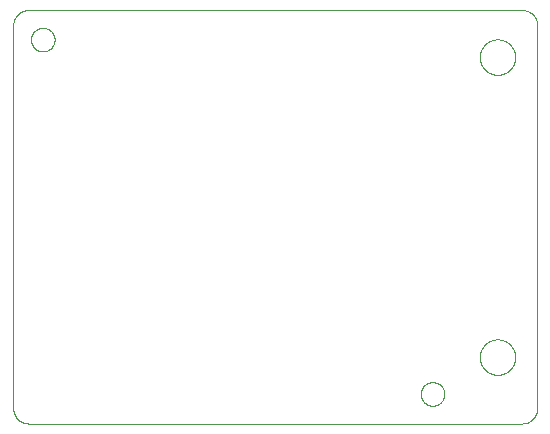
<source format=gbr>
G04 EAGLE Gerber RS-274X export*
G75*
%MOMM*%
%FSLAX34Y34*%
%LPD*%
%IN*%
%IPPOS*%
%AMOC8*
5,1,8,0,0,1.08239X$1,22.5*%
G01*
%ADD10C,0.025400*%
%ADD11C,0.000000*%


D10*
X0Y337300D02*
X0Y12700D01*
X4Y12393D01*
X15Y12086D01*
X33Y11780D01*
X59Y11474D01*
X93Y11169D01*
X133Y10865D01*
X181Y10562D01*
X237Y10260D01*
X299Y9960D01*
X369Y9661D01*
X446Y9364D01*
X530Y9068D01*
X622Y8775D01*
X720Y8485D01*
X825Y8197D01*
X938Y7911D01*
X1057Y7628D01*
X1183Y7348D01*
X1315Y7071D01*
X1455Y6798D01*
X1601Y6528D01*
X1753Y6262D01*
X1912Y5999D01*
X2077Y5740D01*
X2248Y5486D01*
X2425Y5235D01*
X2609Y4989D01*
X2798Y4747D01*
X2993Y4511D01*
X3194Y4278D01*
X3400Y4051D01*
X3612Y3829D01*
X3829Y3612D01*
X4051Y3400D01*
X4278Y3194D01*
X4511Y2993D01*
X4747Y2798D01*
X4989Y2609D01*
X5235Y2425D01*
X5486Y2248D01*
X5740Y2077D01*
X5999Y1912D01*
X6262Y1753D01*
X6528Y1601D01*
X6798Y1455D01*
X7071Y1315D01*
X7348Y1183D01*
X7628Y1057D01*
X7911Y938D01*
X8197Y825D01*
X8485Y720D01*
X8775Y622D01*
X9068Y530D01*
X9364Y446D01*
X9661Y369D01*
X9960Y299D01*
X10260Y237D01*
X10562Y181D01*
X10865Y133D01*
X11169Y93D01*
X11474Y59D01*
X11780Y33D01*
X12086Y15D01*
X12393Y4D01*
X12700Y0D01*
X430900Y0D01*
X431207Y4D01*
X431514Y15D01*
X431820Y33D01*
X432126Y59D01*
X432431Y93D01*
X432735Y133D01*
X433038Y181D01*
X433340Y237D01*
X433640Y299D01*
X433939Y369D01*
X434236Y446D01*
X434532Y530D01*
X434825Y622D01*
X435115Y720D01*
X435403Y825D01*
X435689Y938D01*
X435972Y1057D01*
X436252Y1183D01*
X436529Y1315D01*
X436802Y1455D01*
X437072Y1601D01*
X437338Y1753D01*
X437601Y1912D01*
X437860Y2077D01*
X438114Y2248D01*
X438365Y2425D01*
X438611Y2609D01*
X438853Y2798D01*
X439089Y2993D01*
X439322Y3194D01*
X439549Y3400D01*
X439771Y3612D01*
X439988Y3829D01*
X440200Y4051D01*
X440406Y4278D01*
X440607Y4511D01*
X440802Y4747D01*
X440991Y4989D01*
X441175Y5235D01*
X441352Y5486D01*
X441523Y5740D01*
X441688Y5999D01*
X441847Y6262D01*
X441999Y6528D01*
X442145Y6798D01*
X442285Y7071D01*
X442417Y7348D01*
X442543Y7628D01*
X442662Y7911D01*
X442775Y8197D01*
X442880Y8485D01*
X442978Y8775D01*
X443070Y9068D01*
X443154Y9364D01*
X443231Y9661D01*
X443301Y9960D01*
X443363Y10260D01*
X443419Y10562D01*
X443467Y10865D01*
X443507Y11169D01*
X443541Y11474D01*
X443567Y11780D01*
X443585Y12086D01*
X443596Y12393D01*
X443600Y12700D01*
X443600Y337300D01*
X443596Y337607D01*
X443585Y337914D01*
X443567Y338220D01*
X443541Y338526D01*
X443507Y338831D01*
X443467Y339135D01*
X443419Y339438D01*
X443363Y339740D01*
X443301Y340040D01*
X443231Y340339D01*
X443154Y340636D01*
X443070Y340932D01*
X442978Y341225D01*
X442880Y341515D01*
X442775Y341803D01*
X442662Y342089D01*
X442543Y342372D01*
X442417Y342652D01*
X442285Y342929D01*
X442145Y343202D01*
X441999Y343472D01*
X441847Y343738D01*
X441688Y344001D01*
X441523Y344260D01*
X441352Y344514D01*
X441175Y344765D01*
X440991Y345011D01*
X440802Y345253D01*
X440607Y345489D01*
X440406Y345722D01*
X440200Y345949D01*
X439988Y346171D01*
X439771Y346388D01*
X439549Y346600D01*
X439322Y346806D01*
X439089Y347007D01*
X438853Y347202D01*
X438611Y347391D01*
X438365Y347575D01*
X438114Y347752D01*
X437860Y347923D01*
X437601Y348088D01*
X437338Y348247D01*
X437072Y348399D01*
X436802Y348545D01*
X436529Y348685D01*
X436252Y348817D01*
X435972Y348943D01*
X435689Y349062D01*
X435403Y349175D01*
X435115Y349280D01*
X434825Y349378D01*
X434532Y349470D01*
X434236Y349554D01*
X433939Y349631D01*
X433640Y349701D01*
X433340Y349763D01*
X433038Y349819D01*
X432735Y349867D01*
X432431Y349907D01*
X432126Y349941D01*
X431820Y349967D01*
X431514Y349985D01*
X431207Y349996D01*
X430900Y350000D01*
X12700Y350000D01*
X12393Y349996D01*
X12086Y349985D01*
X11780Y349967D01*
X11474Y349941D01*
X11169Y349907D01*
X10865Y349867D01*
X10562Y349819D01*
X10260Y349763D01*
X9960Y349701D01*
X9661Y349631D01*
X9364Y349554D01*
X9068Y349470D01*
X8775Y349378D01*
X8485Y349280D01*
X8197Y349175D01*
X7911Y349062D01*
X7628Y348943D01*
X7348Y348817D01*
X7071Y348685D01*
X6798Y348545D01*
X6528Y348399D01*
X6262Y348247D01*
X5999Y348088D01*
X5740Y347923D01*
X5486Y347752D01*
X5235Y347575D01*
X4989Y347391D01*
X4747Y347202D01*
X4511Y347007D01*
X4278Y346806D01*
X4051Y346600D01*
X3829Y346388D01*
X3612Y346171D01*
X3400Y345949D01*
X3194Y345722D01*
X2993Y345489D01*
X2798Y345253D01*
X2609Y345011D01*
X2425Y344765D01*
X2248Y344514D01*
X2077Y344260D01*
X1912Y344001D01*
X1753Y343738D01*
X1601Y343472D01*
X1455Y343202D01*
X1315Y342929D01*
X1183Y342652D01*
X1057Y342372D01*
X938Y342089D01*
X825Y341803D01*
X720Y341515D01*
X622Y341225D01*
X530Y340932D01*
X446Y340636D01*
X369Y340339D01*
X299Y340040D01*
X237Y339740D01*
X181Y339438D01*
X133Y339135D01*
X93Y338831D01*
X59Y338526D01*
X33Y338220D01*
X15Y337914D01*
X4Y337607D01*
X0Y337300D01*
D11*
X15000Y325000D02*
X15003Y325245D01*
X15012Y325491D01*
X15027Y325736D01*
X15048Y325980D01*
X15075Y326224D01*
X15108Y326467D01*
X15147Y326710D01*
X15192Y326951D01*
X15243Y327191D01*
X15300Y327430D01*
X15362Y327667D01*
X15431Y327903D01*
X15505Y328137D01*
X15585Y328369D01*
X15670Y328599D01*
X15761Y328827D01*
X15858Y329052D01*
X15960Y329276D01*
X16068Y329496D01*
X16181Y329714D01*
X16299Y329929D01*
X16423Y330141D01*
X16551Y330350D01*
X16685Y330556D01*
X16824Y330758D01*
X16968Y330957D01*
X17117Y331152D01*
X17270Y331344D01*
X17428Y331532D01*
X17590Y331716D01*
X17758Y331895D01*
X17929Y332071D01*
X18105Y332242D01*
X18284Y332410D01*
X18468Y332572D01*
X18656Y332730D01*
X18848Y332883D01*
X19043Y333032D01*
X19242Y333176D01*
X19444Y333315D01*
X19650Y333449D01*
X19859Y333577D01*
X20071Y333701D01*
X20286Y333819D01*
X20504Y333932D01*
X20724Y334040D01*
X20948Y334142D01*
X21173Y334239D01*
X21401Y334330D01*
X21631Y334415D01*
X21863Y334495D01*
X22097Y334569D01*
X22333Y334638D01*
X22570Y334700D01*
X22809Y334757D01*
X23049Y334808D01*
X23290Y334853D01*
X23533Y334892D01*
X23776Y334925D01*
X24020Y334952D01*
X24264Y334973D01*
X24509Y334988D01*
X24755Y334997D01*
X25000Y335000D01*
X25245Y334997D01*
X25491Y334988D01*
X25736Y334973D01*
X25980Y334952D01*
X26224Y334925D01*
X26467Y334892D01*
X26710Y334853D01*
X26951Y334808D01*
X27191Y334757D01*
X27430Y334700D01*
X27667Y334638D01*
X27903Y334569D01*
X28137Y334495D01*
X28369Y334415D01*
X28599Y334330D01*
X28827Y334239D01*
X29052Y334142D01*
X29276Y334040D01*
X29496Y333932D01*
X29714Y333819D01*
X29929Y333701D01*
X30141Y333577D01*
X30350Y333449D01*
X30556Y333315D01*
X30758Y333176D01*
X30957Y333032D01*
X31152Y332883D01*
X31344Y332730D01*
X31532Y332572D01*
X31716Y332410D01*
X31895Y332242D01*
X32071Y332071D01*
X32242Y331895D01*
X32410Y331716D01*
X32572Y331532D01*
X32730Y331344D01*
X32883Y331152D01*
X33032Y330957D01*
X33176Y330758D01*
X33315Y330556D01*
X33449Y330350D01*
X33577Y330141D01*
X33701Y329929D01*
X33819Y329714D01*
X33932Y329496D01*
X34040Y329276D01*
X34142Y329052D01*
X34239Y328827D01*
X34330Y328599D01*
X34415Y328369D01*
X34495Y328137D01*
X34569Y327903D01*
X34638Y327667D01*
X34700Y327430D01*
X34757Y327191D01*
X34808Y326951D01*
X34853Y326710D01*
X34892Y326467D01*
X34925Y326224D01*
X34952Y325980D01*
X34973Y325736D01*
X34988Y325491D01*
X34997Y325245D01*
X35000Y325000D01*
X34997Y324755D01*
X34988Y324509D01*
X34973Y324264D01*
X34952Y324020D01*
X34925Y323776D01*
X34892Y323533D01*
X34853Y323290D01*
X34808Y323049D01*
X34757Y322809D01*
X34700Y322570D01*
X34638Y322333D01*
X34569Y322097D01*
X34495Y321863D01*
X34415Y321631D01*
X34330Y321401D01*
X34239Y321173D01*
X34142Y320948D01*
X34040Y320724D01*
X33932Y320504D01*
X33819Y320286D01*
X33701Y320071D01*
X33577Y319859D01*
X33449Y319650D01*
X33315Y319444D01*
X33176Y319242D01*
X33032Y319043D01*
X32883Y318848D01*
X32730Y318656D01*
X32572Y318468D01*
X32410Y318284D01*
X32242Y318105D01*
X32071Y317929D01*
X31895Y317758D01*
X31716Y317590D01*
X31532Y317428D01*
X31344Y317270D01*
X31152Y317117D01*
X30957Y316968D01*
X30758Y316824D01*
X30556Y316685D01*
X30350Y316551D01*
X30141Y316423D01*
X29929Y316299D01*
X29714Y316181D01*
X29496Y316068D01*
X29276Y315960D01*
X29052Y315858D01*
X28827Y315761D01*
X28599Y315670D01*
X28369Y315585D01*
X28137Y315505D01*
X27903Y315431D01*
X27667Y315362D01*
X27430Y315300D01*
X27191Y315243D01*
X26951Y315192D01*
X26710Y315147D01*
X26467Y315108D01*
X26224Y315075D01*
X25980Y315048D01*
X25736Y315027D01*
X25491Y315012D01*
X25245Y315003D01*
X25000Y315000D01*
X24755Y315003D01*
X24509Y315012D01*
X24264Y315027D01*
X24020Y315048D01*
X23776Y315075D01*
X23533Y315108D01*
X23290Y315147D01*
X23049Y315192D01*
X22809Y315243D01*
X22570Y315300D01*
X22333Y315362D01*
X22097Y315431D01*
X21863Y315505D01*
X21631Y315585D01*
X21401Y315670D01*
X21173Y315761D01*
X20948Y315858D01*
X20724Y315960D01*
X20504Y316068D01*
X20286Y316181D01*
X20071Y316299D01*
X19859Y316423D01*
X19650Y316551D01*
X19444Y316685D01*
X19242Y316824D01*
X19043Y316968D01*
X18848Y317117D01*
X18656Y317270D01*
X18468Y317428D01*
X18284Y317590D01*
X18105Y317758D01*
X17929Y317929D01*
X17758Y318105D01*
X17590Y318284D01*
X17428Y318468D01*
X17270Y318656D01*
X17117Y318848D01*
X16968Y319043D01*
X16824Y319242D01*
X16685Y319444D01*
X16551Y319650D01*
X16423Y319859D01*
X16299Y320071D01*
X16181Y320286D01*
X16068Y320504D01*
X15960Y320724D01*
X15858Y320948D01*
X15761Y321173D01*
X15670Y321401D01*
X15585Y321631D01*
X15505Y321863D01*
X15431Y322097D01*
X15362Y322333D01*
X15300Y322570D01*
X15243Y322809D01*
X15192Y323049D01*
X15147Y323290D01*
X15108Y323533D01*
X15075Y323776D01*
X15048Y324020D01*
X15027Y324264D01*
X15012Y324509D01*
X15003Y324755D01*
X15000Y325000D01*
X345000Y25000D02*
X345003Y25245D01*
X345012Y25491D01*
X345027Y25736D01*
X345048Y25980D01*
X345075Y26224D01*
X345108Y26467D01*
X345147Y26710D01*
X345192Y26951D01*
X345243Y27191D01*
X345300Y27430D01*
X345362Y27667D01*
X345431Y27903D01*
X345505Y28137D01*
X345585Y28369D01*
X345670Y28599D01*
X345761Y28827D01*
X345858Y29052D01*
X345960Y29276D01*
X346068Y29496D01*
X346181Y29714D01*
X346299Y29929D01*
X346423Y30141D01*
X346551Y30350D01*
X346685Y30556D01*
X346824Y30758D01*
X346968Y30957D01*
X347117Y31152D01*
X347270Y31344D01*
X347428Y31532D01*
X347590Y31716D01*
X347758Y31895D01*
X347929Y32071D01*
X348105Y32242D01*
X348284Y32410D01*
X348468Y32572D01*
X348656Y32730D01*
X348848Y32883D01*
X349043Y33032D01*
X349242Y33176D01*
X349444Y33315D01*
X349650Y33449D01*
X349859Y33577D01*
X350071Y33701D01*
X350286Y33819D01*
X350504Y33932D01*
X350724Y34040D01*
X350948Y34142D01*
X351173Y34239D01*
X351401Y34330D01*
X351631Y34415D01*
X351863Y34495D01*
X352097Y34569D01*
X352333Y34638D01*
X352570Y34700D01*
X352809Y34757D01*
X353049Y34808D01*
X353290Y34853D01*
X353533Y34892D01*
X353776Y34925D01*
X354020Y34952D01*
X354264Y34973D01*
X354509Y34988D01*
X354755Y34997D01*
X355000Y35000D01*
X355245Y34997D01*
X355491Y34988D01*
X355736Y34973D01*
X355980Y34952D01*
X356224Y34925D01*
X356467Y34892D01*
X356710Y34853D01*
X356951Y34808D01*
X357191Y34757D01*
X357430Y34700D01*
X357667Y34638D01*
X357903Y34569D01*
X358137Y34495D01*
X358369Y34415D01*
X358599Y34330D01*
X358827Y34239D01*
X359052Y34142D01*
X359276Y34040D01*
X359496Y33932D01*
X359714Y33819D01*
X359929Y33701D01*
X360141Y33577D01*
X360350Y33449D01*
X360556Y33315D01*
X360758Y33176D01*
X360957Y33032D01*
X361152Y32883D01*
X361344Y32730D01*
X361532Y32572D01*
X361716Y32410D01*
X361895Y32242D01*
X362071Y32071D01*
X362242Y31895D01*
X362410Y31716D01*
X362572Y31532D01*
X362730Y31344D01*
X362883Y31152D01*
X363032Y30957D01*
X363176Y30758D01*
X363315Y30556D01*
X363449Y30350D01*
X363577Y30141D01*
X363701Y29929D01*
X363819Y29714D01*
X363932Y29496D01*
X364040Y29276D01*
X364142Y29052D01*
X364239Y28827D01*
X364330Y28599D01*
X364415Y28369D01*
X364495Y28137D01*
X364569Y27903D01*
X364638Y27667D01*
X364700Y27430D01*
X364757Y27191D01*
X364808Y26951D01*
X364853Y26710D01*
X364892Y26467D01*
X364925Y26224D01*
X364952Y25980D01*
X364973Y25736D01*
X364988Y25491D01*
X364997Y25245D01*
X365000Y25000D01*
X364997Y24755D01*
X364988Y24509D01*
X364973Y24264D01*
X364952Y24020D01*
X364925Y23776D01*
X364892Y23533D01*
X364853Y23290D01*
X364808Y23049D01*
X364757Y22809D01*
X364700Y22570D01*
X364638Y22333D01*
X364569Y22097D01*
X364495Y21863D01*
X364415Y21631D01*
X364330Y21401D01*
X364239Y21173D01*
X364142Y20948D01*
X364040Y20724D01*
X363932Y20504D01*
X363819Y20286D01*
X363701Y20071D01*
X363577Y19859D01*
X363449Y19650D01*
X363315Y19444D01*
X363176Y19242D01*
X363032Y19043D01*
X362883Y18848D01*
X362730Y18656D01*
X362572Y18468D01*
X362410Y18284D01*
X362242Y18105D01*
X362071Y17929D01*
X361895Y17758D01*
X361716Y17590D01*
X361532Y17428D01*
X361344Y17270D01*
X361152Y17117D01*
X360957Y16968D01*
X360758Y16824D01*
X360556Y16685D01*
X360350Y16551D01*
X360141Y16423D01*
X359929Y16299D01*
X359714Y16181D01*
X359496Y16068D01*
X359276Y15960D01*
X359052Y15858D01*
X358827Y15761D01*
X358599Y15670D01*
X358369Y15585D01*
X358137Y15505D01*
X357903Y15431D01*
X357667Y15362D01*
X357430Y15300D01*
X357191Y15243D01*
X356951Y15192D01*
X356710Y15147D01*
X356467Y15108D01*
X356224Y15075D01*
X355980Y15048D01*
X355736Y15027D01*
X355491Y15012D01*
X355245Y15003D01*
X355000Y15000D01*
X354755Y15003D01*
X354509Y15012D01*
X354264Y15027D01*
X354020Y15048D01*
X353776Y15075D01*
X353533Y15108D01*
X353290Y15147D01*
X353049Y15192D01*
X352809Y15243D01*
X352570Y15300D01*
X352333Y15362D01*
X352097Y15431D01*
X351863Y15505D01*
X351631Y15585D01*
X351401Y15670D01*
X351173Y15761D01*
X350948Y15858D01*
X350724Y15960D01*
X350504Y16068D01*
X350286Y16181D01*
X350071Y16299D01*
X349859Y16423D01*
X349650Y16551D01*
X349444Y16685D01*
X349242Y16824D01*
X349043Y16968D01*
X348848Y17117D01*
X348656Y17270D01*
X348468Y17428D01*
X348284Y17590D01*
X348105Y17758D01*
X347929Y17929D01*
X347758Y18105D01*
X347590Y18284D01*
X347428Y18468D01*
X347270Y18656D01*
X347117Y18848D01*
X346968Y19043D01*
X346824Y19242D01*
X346685Y19444D01*
X346551Y19650D01*
X346423Y19859D01*
X346299Y20071D01*
X346181Y20286D01*
X346068Y20504D01*
X345960Y20724D01*
X345858Y20948D01*
X345761Y21173D01*
X345670Y21401D01*
X345585Y21631D01*
X345505Y21863D01*
X345431Y22097D01*
X345362Y22333D01*
X345300Y22570D01*
X345243Y22809D01*
X345192Y23049D01*
X345147Y23290D01*
X345108Y23533D01*
X345075Y23776D01*
X345048Y24020D01*
X345027Y24264D01*
X345012Y24509D01*
X345003Y24755D01*
X345000Y25000D01*
X395000Y56200D02*
X395005Y56568D01*
X395018Y56936D01*
X395041Y57303D01*
X395072Y57670D01*
X395113Y58036D01*
X395162Y58401D01*
X395221Y58764D01*
X395288Y59126D01*
X395364Y59487D01*
X395450Y59845D01*
X395543Y60201D01*
X395646Y60554D01*
X395757Y60905D01*
X395877Y61253D01*
X396005Y61598D01*
X396142Y61940D01*
X396287Y62279D01*
X396440Y62613D01*
X396602Y62944D01*
X396771Y63271D01*
X396949Y63593D01*
X397134Y63912D01*
X397327Y64225D01*
X397528Y64534D01*
X397736Y64837D01*
X397952Y65135D01*
X398175Y65428D01*
X398405Y65716D01*
X398642Y65998D01*
X398886Y66273D01*
X399136Y66543D01*
X399393Y66807D01*
X399657Y67064D01*
X399927Y67314D01*
X400202Y67558D01*
X400484Y67795D01*
X400772Y68025D01*
X401065Y68248D01*
X401363Y68464D01*
X401666Y68672D01*
X401975Y68873D01*
X402288Y69066D01*
X402607Y69251D01*
X402929Y69429D01*
X403256Y69598D01*
X403587Y69760D01*
X403921Y69913D01*
X404260Y70058D01*
X404602Y70195D01*
X404947Y70323D01*
X405295Y70443D01*
X405646Y70554D01*
X405999Y70657D01*
X406355Y70750D01*
X406713Y70836D01*
X407074Y70912D01*
X407436Y70979D01*
X407799Y71038D01*
X408164Y71087D01*
X408530Y71128D01*
X408897Y71159D01*
X409264Y71182D01*
X409632Y71195D01*
X410000Y71200D01*
X410368Y71195D01*
X410736Y71182D01*
X411103Y71159D01*
X411470Y71128D01*
X411836Y71087D01*
X412201Y71038D01*
X412564Y70979D01*
X412926Y70912D01*
X413287Y70836D01*
X413645Y70750D01*
X414001Y70657D01*
X414354Y70554D01*
X414705Y70443D01*
X415053Y70323D01*
X415398Y70195D01*
X415740Y70058D01*
X416079Y69913D01*
X416413Y69760D01*
X416744Y69598D01*
X417071Y69429D01*
X417393Y69251D01*
X417712Y69066D01*
X418025Y68873D01*
X418334Y68672D01*
X418637Y68464D01*
X418935Y68248D01*
X419228Y68025D01*
X419516Y67795D01*
X419798Y67558D01*
X420073Y67314D01*
X420343Y67064D01*
X420607Y66807D01*
X420864Y66543D01*
X421114Y66273D01*
X421358Y65998D01*
X421595Y65716D01*
X421825Y65428D01*
X422048Y65135D01*
X422264Y64837D01*
X422472Y64534D01*
X422673Y64225D01*
X422866Y63912D01*
X423051Y63593D01*
X423229Y63271D01*
X423398Y62944D01*
X423560Y62613D01*
X423713Y62279D01*
X423858Y61940D01*
X423995Y61598D01*
X424123Y61253D01*
X424243Y60905D01*
X424354Y60554D01*
X424457Y60201D01*
X424550Y59845D01*
X424636Y59487D01*
X424712Y59126D01*
X424779Y58764D01*
X424838Y58401D01*
X424887Y58036D01*
X424928Y57670D01*
X424959Y57303D01*
X424982Y56936D01*
X424995Y56568D01*
X425000Y56200D01*
X424995Y55832D01*
X424982Y55464D01*
X424959Y55097D01*
X424928Y54730D01*
X424887Y54364D01*
X424838Y53999D01*
X424779Y53636D01*
X424712Y53274D01*
X424636Y52913D01*
X424550Y52555D01*
X424457Y52199D01*
X424354Y51846D01*
X424243Y51495D01*
X424123Y51147D01*
X423995Y50802D01*
X423858Y50460D01*
X423713Y50121D01*
X423560Y49787D01*
X423398Y49456D01*
X423229Y49129D01*
X423051Y48807D01*
X422866Y48488D01*
X422673Y48175D01*
X422472Y47866D01*
X422264Y47563D01*
X422048Y47265D01*
X421825Y46972D01*
X421595Y46684D01*
X421358Y46402D01*
X421114Y46127D01*
X420864Y45857D01*
X420607Y45593D01*
X420343Y45336D01*
X420073Y45086D01*
X419798Y44842D01*
X419516Y44605D01*
X419228Y44375D01*
X418935Y44152D01*
X418637Y43936D01*
X418334Y43728D01*
X418025Y43527D01*
X417712Y43334D01*
X417393Y43149D01*
X417071Y42971D01*
X416744Y42802D01*
X416413Y42640D01*
X416079Y42487D01*
X415740Y42342D01*
X415398Y42205D01*
X415053Y42077D01*
X414705Y41957D01*
X414354Y41846D01*
X414001Y41743D01*
X413645Y41650D01*
X413287Y41564D01*
X412926Y41488D01*
X412564Y41421D01*
X412201Y41362D01*
X411836Y41313D01*
X411470Y41272D01*
X411103Y41241D01*
X410736Y41218D01*
X410368Y41205D01*
X410000Y41200D01*
X409632Y41205D01*
X409264Y41218D01*
X408897Y41241D01*
X408530Y41272D01*
X408164Y41313D01*
X407799Y41362D01*
X407436Y41421D01*
X407074Y41488D01*
X406713Y41564D01*
X406355Y41650D01*
X405999Y41743D01*
X405646Y41846D01*
X405295Y41957D01*
X404947Y42077D01*
X404602Y42205D01*
X404260Y42342D01*
X403921Y42487D01*
X403587Y42640D01*
X403256Y42802D01*
X402929Y42971D01*
X402607Y43149D01*
X402288Y43334D01*
X401975Y43527D01*
X401666Y43728D01*
X401363Y43936D01*
X401065Y44152D01*
X400772Y44375D01*
X400484Y44605D01*
X400202Y44842D01*
X399927Y45086D01*
X399657Y45336D01*
X399393Y45593D01*
X399136Y45857D01*
X398886Y46127D01*
X398642Y46402D01*
X398405Y46684D01*
X398175Y46972D01*
X397952Y47265D01*
X397736Y47563D01*
X397528Y47866D01*
X397327Y48175D01*
X397134Y48488D01*
X396949Y48807D01*
X396771Y49129D01*
X396602Y49456D01*
X396440Y49787D01*
X396287Y50121D01*
X396142Y50460D01*
X396005Y50802D01*
X395877Y51147D01*
X395757Y51495D01*
X395646Y51846D01*
X395543Y52199D01*
X395450Y52555D01*
X395364Y52913D01*
X395288Y53274D01*
X395221Y53636D01*
X395162Y53999D01*
X395113Y54364D01*
X395072Y54730D01*
X395041Y55097D01*
X395018Y55464D01*
X395005Y55832D01*
X395000Y56200D01*
X395000Y310200D02*
X395005Y310568D01*
X395018Y310936D01*
X395041Y311303D01*
X395072Y311670D01*
X395113Y312036D01*
X395162Y312401D01*
X395221Y312764D01*
X395288Y313126D01*
X395364Y313487D01*
X395450Y313845D01*
X395543Y314201D01*
X395646Y314554D01*
X395757Y314905D01*
X395877Y315253D01*
X396005Y315598D01*
X396142Y315940D01*
X396287Y316279D01*
X396440Y316613D01*
X396602Y316944D01*
X396771Y317271D01*
X396949Y317593D01*
X397134Y317912D01*
X397327Y318225D01*
X397528Y318534D01*
X397736Y318837D01*
X397952Y319135D01*
X398175Y319428D01*
X398405Y319716D01*
X398642Y319998D01*
X398886Y320273D01*
X399136Y320543D01*
X399393Y320807D01*
X399657Y321064D01*
X399927Y321314D01*
X400202Y321558D01*
X400484Y321795D01*
X400772Y322025D01*
X401065Y322248D01*
X401363Y322464D01*
X401666Y322672D01*
X401975Y322873D01*
X402288Y323066D01*
X402607Y323251D01*
X402929Y323429D01*
X403256Y323598D01*
X403587Y323760D01*
X403921Y323913D01*
X404260Y324058D01*
X404602Y324195D01*
X404947Y324323D01*
X405295Y324443D01*
X405646Y324554D01*
X405999Y324657D01*
X406355Y324750D01*
X406713Y324836D01*
X407074Y324912D01*
X407436Y324979D01*
X407799Y325038D01*
X408164Y325087D01*
X408530Y325128D01*
X408897Y325159D01*
X409264Y325182D01*
X409632Y325195D01*
X410000Y325200D01*
X410368Y325195D01*
X410736Y325182D01*
X411103Y325159D01*
X411470Y325128D01*
X411836Y325087D01*
X412201Y325038D01*
X412564Y324979D01*
X412926Y324912D01*
X413287Y324836D01*
X413645Y324750D01*
X414001Y324657D01*
X414354Y324554D01*
X414705Y324443D01*
X415053Y324323D01*
X415398Y324195D01*
X415740Y324058D01*
X416079Y323913D01*
X416413Y323760D01*
X416744Y323598D01*
X417071Y323429D01*
X417393Y323251D01*
X417712Y323066D01*
X418025Y322873D01*
X418334Y322672D01*
X418637Y322464D01*
X418935Y322248D01*
X419228Y322025D01*
X419516Y321795D01*
X419798Y321558D01*
X420073Y321314D01*
X420343Y321064D01*
X420607Y320807D01*
X420864Y320543D01*
X421114Y320273D01*
X421358Y319998D01*
X421595Y319716D01*
X421825Y319428D01*
X422048Y319135D01*
X422264Y318837D01*
X422472Y318534D01*
X422673Y318225D01*
X422866Y317912D01*
X423051Y317593D01*
X423229Y317271D01*
X423398Y316944D01*
X423560Y316613D01*
X423713Y316279D01*
X423858Y315940D01*
X423995Y315598D01*
X424123Y315253D01*
X424243Y314905D01*
X424354Y314554D01*
X424457Y314201D01*
X424550Y313845D01*
X424636Y313487D01*
X424712Y313126D01*
X424779Y312764D01*
X424838Y312401D01*
X424887Y312036D01*
X424928Y311670D01*
X424959Y311303D01*
X424982Y310936D01*
X424995Y310568D01*
X425000Y310200D01*
X424995Y309832D01*
X424982Y309464D01*
X424959Y309097D01*
X424928Y308730D01*
X424887Y308364D01*
X424838Y307999D01*
X424779Y307636D01*
X424712Y307274D01*
X424636Y306913D01*
X424550Y306555D01*
X424457Y306199D01*
X424354Y305846D01*
X424243Y305495D01*
X424123Y305147D01*
X423995Y304802D01*
X423858Y304460D01*
X423713Y304121D01*
X423560Y303787D01*
X423398Y303456D01*
X423229Y303129D01*
X423051Y302807D01*
X422866Y302488D01*
X422673Y302175D01*
X422472Y301866D01*
X422264Y301563D01*
X422048Y301265D01*
X421825Y300972D01*
X421595Y300684D01*
X421358Y300402D01*
X421114Y300127D01*
X420864Y299857D01*
X420607Y299593D01*
X420343Y299336D01*
X420073Y299086D01*
X419798Y298842D01*
X419516Y298605D01*
X419228Y298375D01*
X418935Y298152D01*
X418637Y297936D01*
X418334Y297728D01*
X418025Y297527D01*
X417712Y297334D01*
X417393Y297149D01*
X417071Y296971D01*
X416744Y296802D01*
X416413Y296640D01*
X416079Y296487D01*
X415740Y296342D01*
X415398Y296205D01*
X415053Y296077D01*
X414705Y295957D01*
X414354Y295846D01*
X414001Y295743D01*
X413645Y295650D01*
X413287Y295564D01*
X412926Y295488D01*
X412564Y295421D01*
X412201Y295362D01*
X411836Y295313D01*
X411470Y295272D01*
X411103Y295241D01*
X410736Y295218D01*
X410368Y295205D01*
X410000Y295200D01*
X409632Y295205D01*
X409264Y295218D01*
X408897Y295241D01*
X408530Y295272D01*
X408164Y295313D01*
X407799Y295362D01*
X407436Y295421D01*
X407074Y295488D01*
X406713Y295564D01*
X406355Y295650D01*
X405999Y295743D01*
X405646Y295846D01*
X405295Y295957D01*
X404947Y296077D01*
X404602Y296205D01*
X404260Y296342D01*
X403921Y296487D01*
X403587Y296640D01*
X403256Y296802D01*
X402929Y296971D01*
X402607Y297149D01*
X402288Y297334D01*
X401975Y297527D01*
X401666Y297728D01*
X401363Y297936D01*
X401065Y298152D01*
X400772Y298375D01*
X400484Y298605D01*
X400202Y298842D01*
X399927Y299086D01*
X399657Y299336D01*
X399393Y299593D01*
X399136Y299857D01*
X398886Y300127D01*
X398642Y300402D01*
X398405Y300684D01*
X398175Y300972D01*
X397952Y301265D01*
X397736Y301563D01*
X397528Y301866D01*
X397327Y302175D01*
X397134Y302488D01*
X396949Y302807D01*
X396771Y303129D01*
X396602Y303456D01*
X396440Y303787D01*
X396287Y304121D01*
X396142Y304460D01*
X396005Y304802D01*
X395877Y305147D01*
X395757Y305495D01*
X395646Y305846D01*
X395543Y306199D01*
X395450Y306555D01*
X395364Y306913D01*
X395288Y307274D01*
X395221Y307636D01*
X395162Y307999D01*
X395113Y308364D01*
X395072Y308730D01*
X395041Y309097D01*
X395018Y309464D01*
X395005Y309832D01*
X395000Y310200D01*
M02*

</source>
